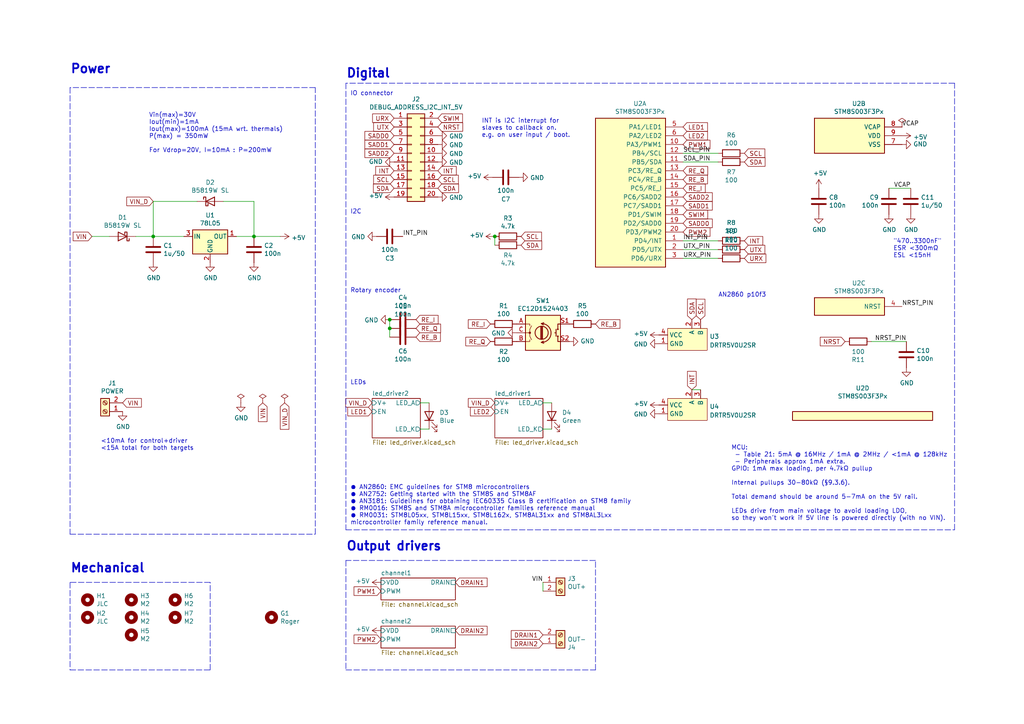
<source format=kicad_sch>
(kicad_sch (version 20211123) (generator eeschema)
  (paper "A4")
  (title_block (title "Dual-channel PWM LED-strip controller"))
  (lib_symbols
    (symbol "Connector:Screw_Terminal_01x02" (pin_names (offset 1.016) hide)
      (property "Reference" "J" (at 0 2.54 0))
      (property "Value" "Screw_Terminal_01x02" (at 0 -5.08 0))
      (symbol "Screw_Terminal_01x02_1_1"
        (rectangle (start -1.27 1.27) (end 1.27 -3.81) (stroke (width 0.254)) (fill (type background)))
        (circle (center 0 -2.54) (radius 0.635) (stroke (width 0.1524)))
        (polyline (pts (xy -0.5334 -2.2098) (xy 0.3302 -3.048)) (stroke (width 0.1524)))
        (polyline (pts (xy -0.5334 0.3302) (xy 0.3302 -0.508)) (stroke (width 0.1524)))
        (polyline (pts (xy -0.3556 -2.032) (xy 0.508 -2.8702)) (stroke (width 0.1524)))
        (polyline (pts (xy -0.3556 0.508) (xy 0.508 -0.3302)) (stroke (width 0.1524)))
        (circle (center 0 0) (radius 0.635) (stroke (width 0.1524)))
        (pin passive line (at -5.08 0 0) (length 3.81) (name "Pin_1") (number "1"))
        (pin passive line (at -5.08 -2.54 0) (length 3.81) (name "Pin_2") (number "2"))
      )
    )
    (symbol "Connector_Generic:Conn_02x10_Odd_Even" (pin_names (offset 1.016) hide)
      (property "Reference" "J" (at 1.27 12.7 0))
      (property "Value" "Conn_02x10_Odd_Even" (at 1.27 -15.24 0))
      (symbol "Conn_02x10_Odd_Even_1_1"
        (rectangle (start -1.27 -12.573) (end 0 -12.827) (stroke (width 0.1524)))
        (rectangle (start -1.27 -10.033) (end 0 -10.287) (stroke (width 0.1524)))
        (rectangle (start -1.27 -7.493) (end 0 -7.747) (stroke (width 0.1524)))
        (rectangle (start -1.27 -4.953) (end 0 -5.207) (stroke (width 0.1524)))
        (rectangle (start -1.27 -2.413) (end 0 -2.667) (stroke (width 0.1524)))
        (rectangle (start -1.27 0.127) (end 0 -0.127) (stroke (width 0.1524)))
        (rectangle (start -1.27 2.667) (end 0 2.413) (stroke (width 0.1524)))
        (rectangle (start -1.27 5.207) (end 0 4.953) (stroke (width 0.1524)))
        (rectangle (start -1.27 7.747) (end 0 7.493) (stroke (width 0.1524)))
        (rectangle (start -1.27 10.287) (end 0 10.033) (stroke (width 0.1524)))
        (rectangle (start -1.27 11.43) (end 3.81 -13.97) (stroke (width 0.254)) (fill (type background)))
        (rectangle (start 3.81 -12.573) (end 2.54 -12.827) (stroke (width 0.1524)))
        (rectangle (start 3.81 -10.033) (end 2.54 -10.287) (stroke (width 0.1524)))
        (rectangle (start 3.81 -7.493) (end 2.54 -7.747) (stroke (width 0.1524)))
        (rectangle (start 3.81 -4.953) (end 2.54 -5.207) (stroke (width 0.1524)))
        (rectangle (start 3.81 -2.413) (end 2.54 -2.667) (stroke (width 0.1524)))
        (rectangle (start 3.81 0.127) (end 2.54 -0.127) (stroke (width 0.1524)))
        (rectangle (start 3.81 2.667) (end 2.54 2.413) (stroke (width 0.1524)))
        (rectangle (start 3.81 5.207) (end 2.54 4.953) (stroke (width 0.1524)))
        (rectangle (start 3.81 7.747) (end 2.54 7.493) (stroke (width 0.1524)))
        (rectangle (start 3.81 10.287) (end 2.54 10.033) (stroke (width 0.1524)))
        (pin passive line (at -5.08 10.16 0) (length 3.81) (name "Pin_1") (number "1"))
        (pin passive line (at 7.62 0 180) (length 3.81) (name "Pin_10") (number "10"))
        (pin passive line (at -5.08 -2.54 0) (length 3.81) (name "Pin_11") (number "11"))
        (pin passive line (at 7.62 -2.54 180) (length 3.81) (name "Pin_12") (number "12"))
        (pin passive line (at -5.08 -5.08 0) (length 3.81) (name "Pin_13") (number "13"))
        (pin passive line (at 7.62 -5.08 180) (length 3.81) (name "Pin_14") (number "14"))
        (pin passive line (at -5.08 -7.62 0) (length 3.81) (name "Pin_15") (number "15"))
        (pin passive line (at 7.62 -7.62 180) (length 3.81) (name "Pin_16") (number "16"))
        (pin passive line (at -5.08 -10.16 0) (length 3.81) (name "Pin_17") (number "17"))
        (pin passive line (at 7.62 -10.16 180) (length 3.81) (name "Pin_18") (number "18"))
        (pin passive line (at -5.08 -12.7 0) (length 3.81) (name "Pin_19") (number "19"))
        (pin passive line (at 7.62 10.16 180) (length 3.81) (name "Pin_2") (number "2"))
        (pin passive line (at 7.62 -12.7 180) (length 3.81) (name "Pin_20") (number "20"))
        (pin passive line (at -5.08 7.62 0) (length 3.81) (name "Pin_3") (number "3"))
        (pin passive line (at 7.62 7.62 180) (length 3.81) (name "Pin_4") (number "4"))
        (pin passive line (at -5.08 5.08 0) (length 3.81) (name "Pin_5") (number "5"))
        (pin passive line (at 7.62 5.08 180) (length 3.81) (name "Pin_6") (number "6"))
        (pin passive line (at -5.08 2.54 0) (length 3.81) (name "Pin_7") (number "7"))
        (pin passive line (at 7.62 2.54 180) (length 3.81) (name "Pin_8") (number "8"))
        (pin passive line (at -5.08 0 0) (length 3.81) (name "Pin_9") (number "9"))
      )
    )
    (symbol "Device:C" (pin_numbers hide) (pin_names (offset 0.254))
      (property "Reference" "C" (at 0.635 2.54 0))
      (property "Value" "C" (at 0.635 -2.54 0))
      (symbol "C_0_1"
        (polyline (pts (xy -2.032 -0.762) (xy 2.032 -0.762)) (stroke (width 0.508)))
        (polyline (pts (xy -2.032 0.762) (xy 2.032 0.762)) (stroke (width 0.508)))
      )
      (symbol "C_1_1"
        (pin passive line (at 0 3.81 270) (length 2.794) (name "~") (number "1"))
        (pin passive line (at 0 -3.81 90) (length 2.794) (name "~") (number "2"))
      )
    )
    (symbol "Device:D_Schottky" (pin_numbers hide) (pin_names (offset 1.016) hide)
      (property "Reference" "D" (at 0 2.54 0))
      (property "Value" "D_Schottky" (at 0 -2.54 0))
      (symbol "D_Schottky_0_1"
        (polyline (pts (xy 1.27 0) (xy -1.27 0)))
        (polyline (pts (xy 1.27 1.27) (xy 1.27 -1.27) (xy -1.27 0) (xy 1.27 1.27)) (stroke (width 0.254)))
        (polyline (pts (xy -1.905 0.635) (xy -1.905 1.27) (xy -1.27 1.27) (xy -1.27 -1.27) (xy -0.635 -1.27) (xy -0.635 -0.635)) (stroke (width 0.254)))
      )
      (symbol "D_Schottky_1_1"
        (pin passive line (at -3.81 0 0) (length 2.54) (name "K") (number "1"))
        (pin passive line (at 3.81 0 180) (length 2.54) (name "A") (number "2"))
      )
    )
    (symbol "Device:LED" (pin_numbers hide) (pin_names (offset 1.016) hide)
      (property "Reference" "D" (at 0 2.54 0))
      (property "Value" "LED" (at 0 -2.54 0))
      (symbol "LED_0_1"
        (polyline (pts (xy -1.27 -1.27) (xy -1.27 1.27)) (stroke (width 0.254)))
        (polyline (pts (xy -1.27 0) (xy 1.27 0)))
        (polyline (pts (xy 1.27 -1.27) (xy 1.27 1.27) (xy -1.27 0) (xy 1.27 -1.27)) (stroke (width 0.254)))
        (polyline (pts (xy -3.048 -0.762) (xy -4.572 -2.286) (xy -3.81 -2.286) (xy -4.572 -2.286) (xy -4.572 -1.524)))
        (polyline (pts (xy -1.778 -0.762) (xy -3.302 -2.286) (xy -2.54 -2.286) (xy -3.302 -2.286) (xy -3.302 -1.524)))
      )
      (symbol "LED_1_1"
        (pin passive line (at -3.81 0 0) (length 2.54) (name "K") (number "1"))
        (pin passive line (at 3.81 0 180) (length 2.54) (name "A") (number "2"))
      )
    )
    (symbol "Device:R" (pin_numbers hide) (pin_names (offset 0))
      (property "Reference" "R" (at 2.032 0 90))
      (property "Value" "R" (at 0 0 90))
      (symbol "R_0_1"
        (rectangle (start -1.016 -2.54) (end 1.016 2.54) (stroke (width 0.254)))
      )
      (symbol "R_1_1"
        (pin passive line (at 0 3.81 270) (length 1.27) (name "~") (number "1"))
        (pin passive line (at 0 -3.81 90) (length 1.27) (name "~") (number "2"))
      )
    )
    (symbol "Device:RotaryEncoder_Switch" (pin_names (offset 0.254) hide)
      (property "Reference" "SW" (at 0 6.604 0))
      (property "Value" "RotaryEncoder_Switch" (at 0 -6.604 0))
      (symbol "RotaryEncoder_Switch_0_1"
        (rectangle (start -5.08 5.08) (end 5.08 -5.08) (stroke (width 0.254)) (fill (type background)))
        (circle (center -3.81 0) (radius 0.254) (fill (type outline)))
        (arc (start -0.381 -2.794) (mid 2.3622 -0.0635) (end -0.381 2.667) (stroke (width 0.254)))
        (circle (center -0.381 0) (radius 1.905) (stroke (width 0.254)))
        (polyline (pts (xy -0.635 -1.778) (xy -0.635 1.778)) (stroke (width 0.254)))
        (polyline (pts (xy -0.381 -1.778) (xy -0.381 1.778)) (stroke (width 0.254)))
        (polyline (pts (xy -0.127 1.778) (xy -0.127 -1.778)) (stroke (width 0.254)))
        (polyline (pts (xy 3.81 0) (xy 3.429 0)) (stroke (width 0.254)))
        (polyline (pts (xy 3.81 1.016) (xy 3.81 -1.016)) (stroke (width 0.254)))
        (polyline (pts (xy -5.08 -2.54) (xy -3.81 -2.54) (xy -3.81 -2.032)))
        (polyline (pts (xy -5.08 2.54) (xy -3.81 2.54) (xy -3.81 2.032)))
        (polyline (pts (xy 0.254 -3.048) (xy -0.508 -2.794) (xy 0.127 -2.413)) (stroke (width 0.254)))
        (polyline (pts (xy 0.254 2.921) (xy -0.508 2.667) (xy 0.127 2.286)) (stroke (width 0.254)))
        (polyline (pts (xy 5.08 -2.54) (xy 4.318 -2.54) (xy 4.318 -1.016)) (stroke (width 0.254)))
        (polyline (pts (xy 5.08 2.54) (xy 4.318 2.54) (xy 4.318 1.016)) (stroke (width 0.254)))
        (polyline (pts (xy -5.08 0) (xy -3.81 0) (xy -3.81 -1.016) (xy -3.302 -2.032)))
        (polyline (pts (xy -4.318 0) (xy -3.81 0) (xy -3.81 1.016) (xy -3.302 2.032)))
        (circle (center 4.318 -1.016) (radius 0.127) (stroke (width 0.254)))
        (circle (center 4.318 1.016) (radius 0.127) (stroke (width 0.254)))
      )
      (symbol "RotaryEncoder_Switch_1_1"
        (pin passive line (at -7.62 2.54 0) (length 2.54) (name "A") (number "A"))
        (pin passive line (at -7.62 -2.54 0) (length 2.54) (name "B") (number "B"))
        (pin passive line (at -7.62 0 0) (length 2.54) (name "C") (number "C"))
        (pin passive line (at 7.62 2.54 180) (length 2.54) (name "S1") (number "S1"))
        (pin passive line (at 7.62 -2.54 180) (length 2.54) (name "S2") (number "S2"))
      )
    )
    (symbol "Mechanical:MountingHole" (pin_names (offset 1.016))
      (property "Reference" "H" (at 0 5.08 0))
      (property "Value" "MountingHole" (at 0 3.175 0))
      (symbol "MountingHole_0_1"
        (circle (center 0 0) (radius 1.27) (stroke (width 1.27)))
      )
    )
    (symbol "Regulator_Linear:L78L05_SOT89" (pin_names (offset 0.254))
      (property "Reference" "U" (at -3.81 3.175 0))
      (property "Value" "L78L05_SOT89" (at -0.635 3.175 0))
      (symbol "L78L05_SOT89_0_1"
        (rectangle (start -5.08 1.905) (end 5.08 -5.08) (stroke (width 0.254)) (fill (type background)))
      )
      (symbol "L78L05_SOT89_1_1"
        (pin power_out line (at 7.62 0 180) (length 2.54) (name "OUT") (number "1"))
        (pin power_in line (at 0 -7.62 90) (length 2.54) (name "GND") (number "2"))
        (pin power_in line (at -7.62 0 0) (length 2.54) (name "IN") (number "3"))
      )
    )
    (symbol "mark:DRTR5V0U2SR"
      (property "Reference" "U" (at 0 -6.985 0))
      (property "Value" "DRTR5V0U2SR" (at 0 -5.08 0))
      (symbol "DRTR5V0U2SR_0_1"
        (rectangle (start -5.715 3.175) (end 5.715 -3.175) (stroke (width 0.1524)) (fill (type background)))
      )
      (symbol "DRTR5V0U2SR_1_1"
        (pin power_in line (at -8.255 -1.27 0) (length 2.54) (name "GND") (number "1"))
        (pin passive line (at 1.27 5.715 270) (length 2.54) (name "A") (number "2"))
        (pin passive line (at 3.81 5.715 270) (length 2.54) (name "B") (number "3"))
        (pin power_in line (at -8.255 1.27 0) (length 2.54) (name "VCC") (number "4"))
      )
    )
    (symbol "mcu:STM8S003F3Px" (pin_names (offset 1.016))
      (property "Reference" "U" (at 0 2.54 0))
      (property "Value" "STM8S003F3Px" (at 0 -2.54 0))
      (symbol "STM8S003F3Px_1_1"
        (rectangle (start -10.16 -21.59) (end 10.16 21.59) (stroke (width 0.254)) (fill (type background)))
        (pin passive line (at 15.24 -13.97 180) (length 5.08) (name "PD4/INT") (number "1"))
        (pin passive line (at 15.24 13.97 180) (length 5.08) (name "PA3/PWM1") (number "10"))
        (pin passive line (at 15.24 8.89 180) (length 5.08) (name "PB5/SDA") (number "11"))
        (pin passive line (at 15.24 11.43 180) (length 5.08) (name "PB4/SCL") (number "12"))
        (pin passive line (at 15.24 6.35 180) (length 5.08) (name "PC3/RE_Q") (number "13"))
        (pin passive line (at 15.24 3.81 180) (length 5.08) (name "PC4/RE_B") (number "14"))
        (pin passive line (at 15.24 1.27 180) (length 5.08) (name "PC5/RE_I") (number "15"))
        (pin passive line (at 15.24 -1.27 180) (length 5.08) (name "PC6/SADD2") (number "16"))
        (pin passive line (at 15.24 -3.81 180) (length 5.08) (name "PC7/SADD1") (number "17"))
        (pin passive line (at 15.24 -6.35 180) (length 5.08) (name "PD1/SWIM") (number "18"))
        (pin passive line (at 15.24 -8.89 180) (length 5.08) (name "PD2/SADD0") (number "19"))
        (pin passive line (at 15.24 -16.51 180) (length 5.08) (name "PD5/UTX") (number "2"))
        (pin passive line (at 15.24 -11.43 180) (length 5.08) (name "PD3/PWM2") (number "20"))
        (pin passive line (at 15.24 -19.05 180) (length 5.08) (name "PD6/URX") (number "3"))
        (pin passive line (at 15.24 19.05 180) (length 5.08) (name "PA1/LED1") (number "5"))
        (pin passive line (at 15.24 16.51 180) (length 5.08) (name "PA2/LED2") (number "6"))
      )
      (symbol "STM8S003F3Px_2_1"
        (rectangle (start -10.16 -5.08) (end 10.16 5.08) (stroke (width 0.254)) (fill (type background)))
        (pin power_in line (at 15.24 -2.54 180) (length 5.08) (name "VSS") (number "7"))
        (pin power_in line (at 15.24 2.54 180) (length 5.08) (name "VCAP") (number "8"))
        (pin power_in line (at 15.24 0 180) (length 5.08) (name "VDD") (number "9"))
      )
      (symbol "STM8S003F3Px_3_1"
        (rectangle (start -10.16 -2.54) (end 10.16 2.54) (stroke (width 0.254)) (fill (type background)))
        (pin bidirectional line (at 15.24 0 180) (length 5.08) (name "NRST") (number "4"))
      )
      (symbol "STM8S003F3Px_4_1"
        (rectangle (start -20.32 -1.27) (end 20.32 1.27) (stroke (width 0.254)) (fill (type background)))
      )
    )
    (symbol "power:+5V" (power) (pin_names (offset 0))
      (property "Value" "+5V" (at 0 3.556 0))
      (symbol "+5V_0_1"
        (polyline (pts (xy -0.762 1.27) (xy 0 2.54)))
        (polyline (pts (xy 0 0) (xy 0 2.54)))
        (polyline (pts (xy 0 2.54) (xy 0.762 1.27)))
      )
      (symbol "+5V_1_1"
        (pin power_in line (at 0 0 90) (length 0) hide (name "+5V") (number "1"))
      )
    )
    (symbol "power:GND" (power) (pin_names (offset 0))
      (property "Value" "GND" (at 0 -3.81 0))
      (symbol "GND_0_1"
        (polyline (pts (xy 0 0) (xy 0 -1.27) (xy 1.27 -1.27) (xy 0 -2.54) (xy -1.27 -1.27) (xy 0 -1.27)))
      )
      (symbol "GND_1_1"
        (pin power_in line (at 0 0 270) (length 0) hide (name "GND") (number "1"))
      )
    )
    (symbol "power:PWR_FLAG" (power) (pin_numbers hide) (pin_names (offset 0) hide)
      (property "Value" "PWR_FLAG" (at 0 3.81 0))
      (symbol "PWR_FLAG_0_0"
        (pin power_out line (at 0 0 90) (length 0) (name "pwr") (number "1"))
      )
      (symbol "PWR_FLAG_0_1"
        (polyline (pts (xy 0 0) (xy 0 1.27) (xy -1.016 1.905) (xy 0 2.54) (xy 1.016 1.905) (xy 0 1.27)))
      )
    )
  )
  (junction (at 113.03 95.25))
  (junction (at 44.45 68.58))
  (junction (at 143.51 68.58))
  (junction (at 113.03 92.71))
  (junction (at 73.66 68.58))
  (wire (pts (xy 157.48 116.84) (xy 160.02 116.84)))
  (polyline (pts (xy 172.72 162.56) (xy 100.33 162.56)))
  (wire (pts (xy 57.15 58.42) (xy 44.45 58.42)))
  (wire (pts (xy 160.02 124.46) (xy 157.48 124.46)))
  (wire (pts (xy 73.66 58.42) (xy 73.66 68.58)))
  (wire (pts (xy 143.51 68.58) (xy 143.51 71.12)))
  (wire (pts (xy 257.81 54.61) (xy 264.16 54.61)))
  (wire (pts (xy 157.48 168.91) (xy 157.48 171.45)))
  (wire (pts (xy 64.77 58.42) (xy 73.66 58.42)))
  (polyline (pts (xy 276.86 153.67) (xy 276.86 24.13)))
  (polyline (pts (xy 20.32 25.4) (xy 20.32 154.94)))
  (polyline (pts (xy 91.44 154.94) (xy 91.44 25.4)))
  (wire (pts (xy 39.37 68.58) (xy 44.45 68.58)))
  (polyline (pts (xy 100.33 153.67) (xy 276.86 153.67)))
  (polyline (pts (xy 60.96 168.91) (xy 20.32 168.91)))
  (wire (pts (xy 208.28 44.45) (xy 198.12 44.45)))
  (wire (pts (xy 124.46 124.46) (xy 121.92 124.46)))
  (polyline (pts (xy 100.33 194.31) (xy 172.72 194.31)))
  (polyline (pts (xy 172.72 194.31) (xy 172.72 162.56)))
  (wire (pts (xy 44.45 58.42) (xy 44.45 68.58)))
  (wire (pts (xy 31.75 68.58) (xy 26.67 68.58)))
  (wire (pts (xy 121.92 116.84) (xy 124.46 116.84)))
  (wire (pts (xy 44.45 68.58) (xy 53.34 68.58)))
  (wire (pts (xy 252.73 99.06) (xy 262.89 99.06)))
  (polyline (pts (xy 276.86 24.13) (xy 100.33 24.13)))
  (polyline (pts (xy 60.96 194.31) (xy 60.96 168.91)))
  (wire (pts (xy 200.66 113.03) (xy 203.2 113.03)))
  (polyline (pts (xy 20.32 194.31) (xy 60.96 194.31)))
  (polyline (pts (xy 20.32 154.94) (xy 91.44 154.94)))
  (polyline (pts (xy 100.33 24.13) (xy 100.33 153.67)))
  (wire (pts (xy 113.03 95.25) (xy 113.03 97.79)))
  (wire (pts (xy 198.12 46.99) (xy 208.28 46.99)))
  (wire (pts (xy 113.03 92.71) (xy 113.03 95.25)))
  (polyline (pts (xy 91.44 25.4) (xy 20.32 25.4)))
  (wire (pts (xy 73.66 68.58) (xy 81.28 68.58)))
  (wire (pts (xy 208.28 74.93) (xy 198.12 74.93)))
  (wire (pts (xy 208.28 69.85) (xy 198.12 69.85)))
  (polyline (pts (xy 100.33 162.56) (xy 100.33 194.31)))
  (wire (pts (xy 198.12 72.39) (xy 208.28 72.39)))
  (wire (pts (xy 68.58 68.58) (xy 73.66 68.58)))
  (polyline (pts (xy 20.32 168.91) (xy 20.32 194.31)))
  (text "MCU:\n - Table 21: 5mA @ 16MHz / 1mA @ 2MHz / <1mA @ 128kHz\n - Peripherals approx 1mA extra.\nGPIO: 1mA max loading, per 4.7kΩ pullup\n\nInternal pullups 30-80kΩ (§9.3.6).\n\nTotal demand should be around 5-7mA on the 5V rail.\n\nLEDs drive from main voltage to avoid loading LDO,\nso they won't work if 5V line is powered directly (with no VIN)." (at 212.09 151.13 0) (effects (font (size 1.27 1.27)) (justify left bottom)))
  (text "\"470..3300nF\"\nESR <300mΩ\nESL <15nH" (at 259.08 74.93 0) (effects (font (size 1.27 1.27)) (justify left bottom)))
  (text "Mechanical" (at 20.32 166.37 0) (effects (font (size 2.54 2.54) (thickness 0.508) bold) (justify left bottom)))
  (text "INT is I2C interrupt for\nslaves to callback on.\ne.g. on user input / boot." (at 139.7 40.005 0) (effects (font (size 1.27 1.27)) (justify left bottom)))
  (text "Vin(max)=30V\nIout(min)=1mA\nIout(max)=100mA (15mA wrt. thermals)\nP(max) = 350mW\n\nFor Vdrop=20V, I=10mA : P=200mW" (at 43.18 44.45 0) (effects (font (size 1.27 1.27)) (justify left bottom)))
  (text "I2C" (at 101.6 62.23 0) (effects (font (size 1.27 1.27)) (justify left bottom)))
  (text "Rotary encoder" (at 101.6 85.09 0) (effects (font (size 1.27 1.27)) (justify left bottom)))
  (text "LEDs" (at 101.6 111.76 0) (effects (font (size 1.27 1.27)) (justify left bottom)))
  (text "Power" (at 20.32 21.59 0) (effects (font (size 2.54 2.54) (thickness 0.508) bold) (justify left bottom)))
  (text "● AN2860: EMC guidelines for STM8 microcontrollers\n● AN2752: Getting started with the STM8S and STM8AF\n● AN3181: Guidelines for obtaining IEC60335 Class B certification on STM8 family\n● RM0016: STM8S and STM8A microcontroller families reference manual\n● RM0031: STM8L05xx, STM8L15xx, STM8L162x, STM8AL31xx and STM8AL3Lxx\nmicrocontroller family reference manual." (at 101.6 152.4 0) (effects (font (size 1.27 1.27)) (justify left bottom)))
  (text "AN2860 p10f3" (at 222.25 86.36 180) (effects (font (size 1.27 1.27)) (justify right bottom)))
  (text "<10mA for control+driver\n<15A total for both targets" (at 29.21 130.81 0) (effects (font (size 1.27 1.27)) (justify left bottom)))
  (text "IO connector" (at 101.6 27.94 0) (effects (font (size 1.27 1.27)) (justify left bottom)))
  (text "Output drivers" (at 100.33 160.02 0) (effects (font (size 2.54 2.54) (thickness 0.508) bold) (justify left bottom)))
  (text "Digital" (at 100.33 22.86 0) (effects (font (size 2.54 2.54) (thickness 0.508) bold) (justify left bottom)))
  (label "VCAP" (at 261.62 36.83 0))
  (label "SCL_PIN" (at 198.12 44.45 0))
  (label "VCAP" (at 264.16 54.61 180))
  (label "NRST_PIN" (at 262.89 99.06 180))
  (label "SDA_PIN" (at 198.12 46.99 0))
  (label "UTX_PIN" (at 198.12 72.39 0))
  (label "INT_PIN" (at 116.84 68.58 0))
  (label "INT_PIN" (at 198.12 69.85 0))
  (label "NRST_PIN" (at 261.62 88.9 0))
  (label "VIN" (at 157.48 168.91 180))
  (label "URX_PIN" (at 198.12 74.93 0))
  (global_label "PWM2" (shape input) (at 110.49 185.42 180) (property "Intersheet References" "${INTERSHEET_REFS}" (effects hide)))
  (global_label "SWIM" (shape input) (at 198.12 62.23 0) (property "Intersheet References" "${INTERSHEET_REFS}" (effects hide)))
  (global_label "RE_B" (shape input) (at 198.12 52.07 0) (property "Intersheet References" "${INTERSHEET_REFS}" (effects hide)))
  (global_label "SADD2" (shape input) (at 198.12 57.15 0) (property "Intersheet References" "${INTERSHEET_REFS}" (effects hide)))
  (global_label "SCL" (shape input) (at 127 52.07 0) (property "Intersheet References" "${INTERSHEET_REFS}" (effects hide)))
  (global_label "SDA" (shape input) (at 151.13 71.12 0) (property "Intersheet References" "${INTERSHEET_REFS}" (effects hide)))
  (global_label "NRST" (shape input) (at 245.11 99.06 180) (property "Intersheet References" "${INTERSHEET_REFS}" (effects hide)))
  (global_label "RE_Q" (shape input) (at 120.65 95.25 0) (property "Intersheet References" "${INTERSHEET_REFS}" (effects hide)))
  (global_label "RE_I" (shape input) (at 142.24 93.98 180) (property "Intersheet References" "${INTERSHEET_REFS}" (effects hide)))
  (global_label "SADD0" (shape input) (at 114.3 39.37 180) (property "Intersheet References" "${INTERSHEET_REFS}" (effects hide)))
  (global_label "VIN_D" (shape input) (at 82.55 116.84 270) (property "Intersheet References" "${INTERSHEET_REFS}" (effects hide)))
  (global_label "RE_B" (shape input) (at 120.65 97.79 0) (property "Intersheet References" "${INTERSHEET_REFS}" (effects hide)))
  (global_label "PWM1" (shape input) (at 198.12 41.91 0) (property "Intersheet References" "${INTERSHEET_REFS}" (effects hide)))
  (global_label "RE_B" (shape input) (at 172.72 93.98 0) (property "Intersheet References" "${INTERSHEET_REFS}" (effects hide)))
  (global_label "RE_Q" (shape input) (at 198.12 49.53 0) (property "Intersheet References" "${INTERSHEET_REFS}" (effects hide)))
  (global_label "LED2" (shape input) (at 198.12 39.37 0) (property "Intersheet References" "${INTERSHEET_REFS}" (effects hide)))
  (global_label "URX" (shape input) (at 114.3 34.29 180) (property "Intersheet References" "${INTERSHEET_REFS}" (effects hide)))
  (global_label "VIN" (shape input) (at 76.2 116.84 270) (property "Intersheet References" "${INTERSHEET_REFS}" (effects hide)))
  (global_label "SADD1" (shape input) (at 198.12 59.69 0) (property "Intersheet References" "${INTERSHEET_REFS}" (effects hide)))
  (global_label "SDA" (shape input) (at 114.3 54.61 180) (property "Intersheet References" "${INTERSHEET_REFS}" (effects hide)))
  (global_label "SCL" (shape input) (at 215.9 44.45 0) (property "Intersheet References" "${INTERSHEET_REFS}" (effects hide)))
  (global_label "URX" (shape input) (at 215.9 74.93 0) (property "Intersheet References" "${INTERSHEET_REFS}" (effects hide)))
  (global_label "SDA" (shape input) (at 215.9 46.99 0) (property "Intersheet References" "${INTERSHEET_REFS}" (effects hide)))
  (global_label "LED1" (shape input) (at 198.12 36.83 0) (property "Intersheet References" "${INTERSHEET_REFS}" (effects hide)))
  (global_label "UTX" (shape input) (at 215.9 72.39 0) (property "Intersheet References" "${INTERSHEET_REFS}" (effects hide)))
  (global_label "PWM1" (shape input) (at 110.49 171.45 180) (property "Intersheet References" "${INTERSHEET_REFS}" (effects hide)))
  (global_label "SADD1" (shape input) (at 114.3 41.91 180) (property "Intersheet References" "${INTERSHEET_REFS}" (effects hide)))
  (global_label "SCL" (shape input) (at 203.2 92.71 90) (property "Intersheet References" "${INTERSHEET_REFS}" (effects hide)))
  (global_label "VIN_D" (shape input) (at 107.95 116.84 180) (property "Intersheet References" "${INTERSHEET_REFS}" (effects hide)))
  (global_label "VIN_D" (shape input) (at 143.51 116.84 180) (property "Intersheet References" "${INTERSHEET_REFS}" (effects hide)))
  (global_label "SADD0" (shape input) (at 198.12 64.77 0) (property "Intersheet References" "${INTERSHEET_REFS}" (effects hide)))
  (global_label "DRAIN2" (shape input) (at 132.08 182.88 0) (property "Intersheet References" "${INTERSHEET_REFS}" (effects hide)))
  (global_label "RE_I" (shape input) (at 120.65 92.71 0) (property "Intersheet References" "${INTERSHEET_REFS}" (effects hide)))
  (global_label "SCL" (shape input) (at 114.3 52.07 180) (property "Intersheet References" "${INTERSHEET_REFS}" (effects hide)))
  (global_label "INT" (shape input) (at 127 49.53 0) (property "Intersheet References" "${INTERSHEET_REFS}" (effects hide)))
  (global_label "DRAIN2" (shape input) (at 157.48 186.69 180) (property "Intersheet References" "${INTERSHEET_REFS}" (effects hide)))
  (global_label "RE_Q" (shape input) (at 142.24 99.06 180) (property "Intersheet References" "${INTERSHEET_REFS}" (effects hide)))
  (global_label "SCL" (shape input) (at 151.13 68.58 0) (property "Intersheet References" "${INTERSHEET_REFS}" (effects hide)))
  (global_label "SWIM" (shape input) (at 127 34.29 0) (property "Intersheet References" "${INTERSHEET_REFS}" (effects hide)))
  (global_label "SDA" (shape input) (at 200.66 92.71 90) (property "Intersheet References" "${INTERSHEET_REFS}" (effects hide)))
  (global_label "UTX" (shape input) (at 114.3 36.83 180) (property "Intersheet References" "${INTERSHEET_REFS}" (effects hide)))
  (global_label "VIN_D" (shape input) (at 44.45 58.42 180) (property "Intersheet References" "${INTERSHEET_REFS}" (effects hide)))
  (global_label "RE_I" (shape input) (at 198.12 54.61 0) (property "Intersheet References" "${INTERSHEET_REFS}" (effects hide)))
  (global_label "INT" (shape input) (at 215.9 69.85 0) (property "Intersheet References" "${INTERSHEET_REFS}" (effects hide)))
  (global_label "VIN" (shape input) (at 35.56 116.84 0) (property "Intersheet References" "${INTERSHEET_REFS}" (effects hide)))
  (global_label "LED1" (shape input) (at 107.95 119.38 180) (property "Intersheet References" "${INTERSHEET_REFS}" (effects hide)))
  (global_label "SDA" (shape input) (at 127 54.61 0) (property "Intersheet References" "${INTERSHEET_REFS}" (effects hide)))
  (global_label "LED2" (shape input) (at 143.51 119.38 180) (property "Intersheet References" "${INTERSHEET_REFS}" (effects hide)))
  (global_label "DRAIN1" (shape input) (at 157.48 184.15 180) (property "Intersheet References" "${INTERSHEET_REFS}" (effects hide)))
  (global_label "SADD2" (shape input) (at 114.3 44.45 180) (property "Intersheet References" "${INTERSHEET_REFS}" (effects hide)))
  (global_label "DRAIN1" (shape input) (at 132.08 168.91 0) (property "Intersheet References" "${INTERSHEET_REFS}" (effects hide)))
  (global_label "NRST" (shape input) (at 127 36.83 0) (property "Intersheet References" "${INTERSHEET_REFS}" (effects hide)))
  (global_label "VIN" (shape input) (at 26.67 68.58 180) (property "Intersheet References" "${INTERSHEET_REFS}" (effects hide)))
  (global_label "INT" (shape input) (at 114.3 49.53 180) (property "Intersheet References" "${INTERSHEET_REFS}" (effects hide)))
  (global_label "PWM2" (shape input) (at 198.12 67.31 0) (property "Intersheet References" "${INTERSHEET_REFS}" (effects hide)))
  (global_label "INT" (shape input) (at 200.66 113.03 90) (property "Intersheet References" "${INTERSHEET_REFS}" (effects hide)))
  (symbol (lib_id "mcu:STM8S003F3Px") (at 246.38 88.9 0) (unit 3)
    (property "Reference" "U2" (at 249.0978 82.1182 0))
    (property "Value" "STM8S003F3Px" (at 249.0978 84.4296 0))
    (property "Footprint" "Package_SO:TSSOP-20_4.4x6.5mm_P0.65mm" (effects hide))
    (property "Datasheet" "https://datasheet.lcsc.com/lcsc/1811121205_STMicroelectronics-STM8S003F3P6TR_C52717.pdf" (effects hide))
    (property "JLC" "C52717" (effects hide))
  )
  (symbol (lib_id "mcu:STM8S003F3Px") (at 246.38 39.37 0) (unit 2)
    (property "Reference" "U2" (at 249.0978 30.0482 0))
    (property "Value" "STM8S003F3Px" (at 249.0978 32.3596 0))
    (property "Footprint" "Package_SO:TSSOP-20_4.4x6.5mm_P0.65mm" (effects hide))
    (property "Datasheet" "https://datasheet.lcsc.com/lcsc/1811121205_STMicroelectronics-STM8S003F3P6TR_C52717.pdf" (effects hide))
    (property "JLC" "C52717" (effects hide))
  )
  (symbol (lib_id "mcu:STM8S003F3Px") (at 182.88 55.88 0) (unit 1)
    (property "Reference" "U2" (at 185.5978 30.0482 0))
    (property "Value" "STM8S003F3Px" (at 185.5978 32.3596 0))
    (property "Footprint" "Package_SO:TSSOP-20_4.4x6.5mm_P0.65mm" (effects hide))
    (property "Datasheet" "https://datasheet.lcsc.com/lcsc/1811121205_STMicroelectronics-STM8S003F3P6TR_C52717.pdf" (effects hide))
    (property "JLC" "C52717" (effects hide))
  )
  (symbol (lib_id "mcu:STM8S003F3Px") (at 250.19 120.65 0) (unit 4)
    (property "Reference" "U2" (at 250.19 112.5982 0))
    (property "Value" "STM8S003F3Px" (at 250.19 114.9096 0))
    (property "Footprint" "Package_SO:TSSOP-20_4.4x6.5mm_P0.65mm" (effects hide))
    (property "Datasheet" "https://datasheet.lcsc.com/lcsc/1811121205_STMicroelectronics-STM8S003F3P6TR_C52717.pdf" (effects hide))
    (property "JLC" "C52717" (effects hide))
  )
  (symbol (lib_id "power:GND") (at 262.89 106.68 0) (unit 1)
    (property "Reference" "#PWR032" (effects hide))
    (property "Value" "GND" (at 263.017 111.0742 0))
  )
  (symbol (lib_id "power:GND") (at 60.96 76.2 0) (unit 1)
    (property "Reference" "#PWR03" (effects hide))
    (property "Value" "GND" (at 61.087 80.5942 0))
  )
  (symbol (lib_id "Device:R") (at 147.32 68.58 270) (unit 1)
    (property "Reference" "R3" (at 147.32 63.3222 90))
    (property "Value" "4.7k" (at 147.32 65.6336 90))
    (property "Footprint" "Resistor_SMD:R_0402_1005Metric" (effects hide))
    (property "JLC" "C25900" (effects hide))
  )
  (symbol (lib_id "Device:R") (at 147.32 71.12 270) (unit 1)
    (property "Reference" "R4" (at 147.32 74.041 90))
    (property "Value" "4.7k" (at 147.32 76.3524 90))
    (property "Footprint" "Resistor_SMD:R_0402_1005Metric" (effects hide))
    (property "JLC" "C25900" (effects hide))
  )
  (symbol (lib_id "power:PWR_FLAG") (at 76.2 116.84 0) (unit 1)
    (property "Reference" "#FLG02" (effects hide))
    (property "Value" "PWR_FLAG" (effects hide))
  )
  (symbol (lib_id "Device:C") (at 262.89 102.87 0) (unit 1)
    (property "Reference" "C10" (at 265.811 101.7016 0) (effects (justify left)))
    (property "Value" "100n" (at 265.811 104.013 0) (effects (justify left)))
    (property "Footprint" "Capacitor_SMD:C_0402_1005Metric" (effects hide))
    (property "JLC" "C1525" (effects hide))
  )
  (symbol (lib_id "power:GND") (at 264.16 62.23 0) (unit 1)
    (property "Reference" "#PWR033" (effects hide))
    (property "Value" "GND" (at 264.287 66.6242 0))
  )
  (symbol (lib_id "power:PWR_FLAG") (at 69.85 116.84 0) (unit 1)
    (property "Reference" "#FLG01" (effects hide))
    (property "Value" "PWR_FLAG" (effects hide))
  )
  (symbol (lib_id "power:GND") (at 261.62 41.91 90) (unit 1)
    (property "Reference" "#PWR031" (effects hide))
    (property "Value" "GND" (at 264.8712 41.783 90) (effects (justify right)))
  )
  (symbol (lib_id "power:GND") (at 69.85 116.84 0) (unit 1)
    (property "Reference" "#PWR04" (effects hide))
    (property "Value" "GND" (at 69.977 121.2342 0))
  )
  (symbol (lib_id "power:GND") (at 237.49 62.23 0) (unit 1)
    (property "Reference" "#PWR028" (effects hide))
    (property "Value" "GND" (at 237.617 66.6242 0))
  )
  (symbol (lib_id "Device:C") (at 237.49 58.42 180) (unit 1)
    (property "Reference" "C8" (at 240.411 57.2516 0) (effects (justify right)))
    (property "Value" "100n" (at 240.411 59.563 0) (effects (justify right)))
    (property "Footprint" "Capacitor_SMD:C_0402_1005Metric" (effects hide))
    (property "JLC" "C1525" (effects hide))
  )
  (symbol (lib_id "power:GND") (at 73.66 76.2 0) (unit 1)
    (property "Reference" "#PWR05" (effects hide))
    (property "Value" "GND" (at 73.787 80.5942 0))
  )
  (symbol (lib_id "Device:C") (at 44.45 72.39 0) (unit 1)
    (property "Reference" "C1" (at 47.371 71.2216 0) (effects (justify left)))
    (property "Value" "1u/50" (at 47.371 73.533 0) (effects (justify left)))
    (property "Footprint" "Capacitor_SMD:C_0603_1608Metric" (effects hide))
    (property "JLC" "C15849" (effects hide))
  )
  (symbol (lib_id "power:GND") (at 44.45 76.2 0) (unit 1)
    (property "Reference" "#PWR02" (effects hide))
    (property "Value" "GND" (at 44.577 80.5942 0))
  )
  (symbol (lib_id "Device:C") (at 73.66 72.39 0) (unit 1)
    (property "Reference" "C2" (at 76.581 71.2216 0) (effects (justify left)))
    (property "Value" "100n" (at 76.581 73.533 0) (effects (justify left)))
    (property "Footprint" "Capacitor_SMD:C_0402_1005Metric" (effects hide))
    (property "JLC" "C1525" (effects hide))
  )
  (symbol (lib_id "power:PWR_FLAG") (at 261.62 36.83 0) (unit 1)
    (property "Reference" "#FLG04" (effects hide))
    (property "Value" "PWR_FLAG" (effects hide))
  )
  (symbol (lib_id "Device:RotaryEncoder_Switch") (at 157.48 96.52 0) (unit 1)
    (property "Reference" "SW1" (at 157.48 87.1982 0))
    (property "Value" "EC12D1524403" (at 157.48 89.5096 0))
    (property "Footprint" "mark:RotaryEncoder_Alps_EC12D_Vertical_H20mm_easy" (effects hide))
    (property "Datasheet" "https://datasheet.lcsc.com/lcsc/1809291528_ALPSALPINE-EC12D1524403_C112349.pdf" (effects hide))
    (property "JLC" "C112349" (effects hide))
  )
  (symbol (lib_id "power:GND") (at 149.86 96.52 270) (unit 1)
    (property "Reference" "#PWR020" (effects hide))
    (property "Value" "GND" (at 146.6088 96.647 90) (effects (justify right)))
  )
  (symbol (lib_id "power:GND") (at 165.1 99.06 90) (unit 1)
    (property "Reference" "#PWR022" (effects hide))
    (property "Value" "GND" (at 168.3512 98.933 90) (effects (justify right)))
  )
  (symbol (lib_id "power:GND") (at 127 44.45 90) (mirror x) (unit 1)
    (property "Reference" "#PWR015" (effects hide))
    (property "Value" "GND" (at 130.2512 44.577 90) (effects (justify right)))
  )
  (symbol (lib_id "power:GND") (at 127 41.91 90) (mirror x) (unit 1)
    (property "Reference" "#PWR014" (effects hide))
    (property "Value" "GND" (at 130.2512 42.037 90) (effects (justify right)))
  )
  (symbol (lib_id "power:GND") (at 127 39.37 90) (mirror x) (unit 1)
    (property "Reference" "#PWR013" (effects hide))
    (property "Value" "GND" (at 130.2512 39.497 90) (effects (justify right)))
  )
  (symbol (lib_id "Connector:Screw_Terminal_01x02") (at 162.56 186.69 0) (mirror x) (unit 1)
    (property "Reference" "J4" (at 164.592 187.7568 0) (effects (justify left)))
    (property "Value" "OUT-" (at 164.592 185.4454 0) (effects (justify left)))
    (property "Footprint" "mark:ScrewTerminal_5.08P_1x02_10.16x10.16mm" (effects hide))
    (property "Datasheet" "https://datasheet.lcsc.com/lcsc/1912251636_Ningbo-Kangnex-Elec-WJ500V-5.08-2P_C8465.pdf" (effects hide))
    (property "JLC" "C8465" (effects hide))
  )
  (symbol (lib_id "Regulator_Linear:L78L05_SOT89") (at 60.96 68.58 0) (unit 1)
    (property "Reference" "U1" (at 60.96 62.4332 0))
    (property "Value" "78L05" (at 60.96 64.7446 0))
    (property "Footprint" "Package_TO_SOT_SMD:SOT-89-3" (effects hide))
    (property "Datasheet" "https://datasheet.lcsc.com/lcsc/1809200029_UTC-Unisonic-Tech-78L05G-AB3-R_C71136.pdf" (effects hide))
    (property "JLC" "C71136" (effects hide))
  )
  (symbol (lib_id "power:+5V") (at 81.28 68.58 270) (unit 1)
    (property "Reference" "#PWR06" (effects hide))
    (property "Value" "+5V" (at 84.5312 68.961 90) (effects (justify left)))
  )
  (symbol (lib_id "power:+5V") (at 143.51 68.58 90) (unit 1)
    (property "Reference" "#PWR019" (effects hide))
    (property "Value" "+5V" (at 140.2588 68.199 90) (effects (justify left)))
  )
  (symbol (lib_id "power:+5V") (at 261.62 39.37 270) (unit 1)
    (property "Reference" "#PWR030" (effects hide))
    (property "Value" "+5V" (at 264.8712 39.751 90) (effects (justify left)))
  )
  (symbol (lib_id "power:+5V") (at 110.49 168.91 90) (unit 1)
    (property "Reference" "#PWR08" (effects hide))
    (property "Value" "+5V" (at 107.2388 168.529 90) (effects (justify left)))
  )
  (symbol (lib_id "power:+5V") (at 110.49 182.88 90) (unit 1)
    (property "Reference" "#PWR09" (effects hide))
    (property "Value" "+5V" (at 107.2388 182.499 90) (effects (justify left)))
  )
  (symbol (lib_id "power:+5V") (at 237.49 54.61 0) (unit 1)
    (property "Reference" "#PWR027" (effects hide))
    (property "Value" "+5V" (at 237.871 50.2158 0))
  )
  (symbol (lib_id "Device:R") (at 146.05 93.98 270) (unit 1)
    (property "Reference" "R1" (at 146.05 88.7222 90))
    (property "Value" "100" (at 146.05 91.0336 90))
    (property "Footprint" "Resistor_SMD:R_0402_1005Metric" (effects hide))
    (property "JLC" "C25076" (effects hide))
  )
  (symbol (lib_id "Device:R") (at 146.05 99.06 270) (unit 1)
    (property "Reference" "R2" (at 146.05 101.981 90))
    (property "Value" "100" (at 146.05 104.2924 90))
    (property "Footprint" "Resistor_SMD:R_0402_1005Metric" (effects hide))
    (property "JLC" "C25076" (effects hide))
  )
  (symbol (lib_id "Device:R") (at 168.91 93.98 270) (unit 1)
    (property "Reference" "R5" (at 168.91 88.7222 90))
    (property "Value" "100" (at 168.91 91.0336 90))
    (property "Footprint" "Resistor_SMD:R_0402_1005Metric" (effects hide))
    (property "JLC" "C25076" (effects hide))
  )
  (symbol (lib_id "Device:C") (at 264.16 58.42 0) (unit 1)
    (property "Reference" "C11" (at 267.081 57.2516 0) (effects (justify left)))
    (property "Value" "1u/50" (at 267.081 59.563 0) (effects (justify left)))
    (property "Footprint" "Capacitor_SMD:C_0603_1608Metric" (effects hide))
    (property "JLC" "C15849" (effects hide))
  )
  (symbol (lib_id "Device:C") (at 257.81 58.42 180) (unit 1)
    (property "Reference" "C9" (at 254.889 57.2516 0) (effects (justify left)))
    (property "Value" "100n" (at 254.889 59.563 0) (effects (justify left)))
    (property "Footprint" "Capacitor_SMD:C_0402_1005Metric" (effects hide))
    (property "JLC" "C1525" (effects hide))
  )
  (symbol (lib_id "power:GND") (at 257.81 62.23 0) (unit 1)
    (property "Reference" "#PWR029" (effects hide))
    (property "Value" "GND" (at 257.937 66.6242 0))
  )
  (symbol (lib_id "Connector:Screw_Terminal_01x02") (at 30.48 119.38 180) (unit 1)
    (property "Reference" "J1" (at 32.5628 111.125 0))
    (property "Value" "POWER" (at 32.5628 113.4364 0))
    (property "Footprint" "mark:ScrewTerminal_5.08P_1x02_10.16x10.16mm" (effects hide))
    (property "Datasheet" "https://datasheet.lcsc.com/lcsc/1912251636_Ningbo-Kangnex-Elec-WJ500V-5.08-2P_C8465.pdf" (effects hide))
    (property "JLC" "C8465" (effects hide))
  )
  (symbol (lib_id "power:GND") (at 35.56 119.38 0) (unit 1)
    (property "Reference" "#PWR01" (effects hide))
    (property "Value" "GND" (at 35.687 123.7742 0))
  )
  (symbol (lib_id "Connector:Screw_Terminal_01x02") (at 162.56 168.91 0) (unit 1)
    (property "Reference" "J3" (at 164.592 167.8432 0) (effects (justify left)))
    (property "Value" "OUT+" (at 164.592 170.1546 0) (effects (justify left)))
    (property "Footprint" "mark:ScrewTerminal_5.08P_1x02_10.16x10.16mm" (effects hide))
    (property "Datasheet" "https://datasheet.lcsc.com/lcsc/1912251636_Ningbo-Kangnex-Elec-WJ500V-5.08-2P_C8465.pdf" (effects hide))
    (property "JLC" "C8465" (effects hide))
  )
  (symbol (lib_id "Device:R") (at 212.09 44.45 270) (unit 1)
    (property "Reference" "R6" (at 212.09 39.1922 90))
    (property "Value" "100" (at 212.09 41.5036 90))
    (property "Footprint" "Resistor_SMD:R_0402_1005Metric" (effects hide))
    (property "JLC" "C25076" (effects hide))
  )
  (symbol (lib_id "Device:R") (at 212.09 46.99 270) (unit 1)
    (property "Reference" "R7" (at 212.09 49.911 90))
    (property "Value" "100" (at 212.09 52.2224 90))
    (property "Footprint" "Resistor_SMD:R_0402_1005Metric" (effects hide))
    (property "JLC" "C25076" (effects hide))
  )
  (symbol (lib_id "Mechanical:MountingHole") (at 25.4 173.99 0) (unit 1)
    (property "Reference" "H1" (at 27.94 172.8216 0) (effects (justify left)))
    (property "Value" "JLC" (at 27.94 175.133 0) (effects (justify left)))
    (property "Footprint" "mark:JLCPCB_ToolingHole_1152_1300_1400_1650" (effects hide))
    (property "JLC" "-" (effects hide))
  )
  (symbol (lib_id "Mechanical:MountingHole") (at 25.4 179.07 0) (unit 1)
    (property "Reference" "H2" (at 27.94 177.9016 0) (effects (justify left)))
    (property "Value" "JLC" (at 27.94 180.213 0) (effects (justify left)))
    (property "Footprint" "mark:JLCPCB_ToolingHole_1152_1300_1400_1650" (effects hide))
    (property "JLC" "-" (effects hide))
  )
  (symbol (lib_id "Mechanical:MountingHole") (at 38.1 173.99 0) (unit 1)
    (property "Reference" "H3" (at 40.64 172.8216 0) (effects (justify left)))
    (property "Value" "M2" (at 40.64 175.133 0) (effects (justify left)))
    (property "Footprint" "MountingHole:MountingHole_2.2mm_M2" (effects hide))
    (property "JLC" "-" (effects hide))
  )
  (symbol (lib_id "Mechanical:MountingHole") (at 38.1 179.07 0) (unit 1)
    (property "Reference" "H4" (at 40.64 177.9016 0) (effects (justify left)))
    (property "Value" "M2" (at 40.64 180.213 0) (effects (justify left)))
    (property "Footprint" "MountingHole:MountingHole_2.2mm_M2" (effects hide))
    (property "JLC" "-" (effects hide))
  )
  (symbol (lib_id "Mechanical:MountingHole") (at 38.1 184.15 0) (unit 1)
    (property "Reference" "H5" (at 40.64 182.9816 0) (effects (justify left)))
    (property "Value" "M2" (at 40.64 185.293 0) (effects (justify left)))
    (property "Footprint" "MountingHole:MountingHole_2.2mm_M2" (effects hide))
    (property "JLC" "-" (effects hide))
  )
  (symbol (lib_id "Device:LED") (at 160.02 120.65 90) (unit 1)
    (property "Reference" "D4" (at 163.0172 119.6594 90) (effects (justify right)))
    (property "Value" "Green" (at 163.0172 121.9708 90) (effects (justify right)))
    (property "Footprint" "LED_SMD:LED_0603_1608Metric" (effects hide))
    (property "Datasheet" "https://datasheet.lcsc.com/lcsc/1811101510_Everlight-Elec-19-217-GHC-YR1S2-3T_C72043.pdf" (effects hide))
    (property "JLC" "C72043" (effects hide))
  )
  (symbol (lib_id "Device:LED") (at 124.46 120.65 90) (unit 1)
    (property "Reference" "D3" (at 127.4572 119.6594 90) (effects (justify right)))
    (property "Value" "Blue" (at 127.4572 121.9708 90) (effects (justify right)))
    (property "Footprint" "LED_SMD:LED_0603_1608Metric" (effects hide))
    (property "Datasheet" "https://datasheet.lcsc.com/lcsc/1811101510_Everlight-Elec-19-217-BHC-ZL1M2RY-3T_C72041.pdf" (effects hide))
    (property "JLC" "C72041" (effects hide))
  )
  (symbol (lib_id "Device:C") (at 113.03 68.58 90) (unit 1)
    (property "Reference" "C3" (at 113.03 74.93 90))
    (property "Value" "100n" (at 113.03 72.39 90))
    (property "Footprint" "Capacitor_SMD:C_0402_1005Metric" (effects hide))
    (property "JLC" "C1525" (effects hide))
  )
  (symbol (lib_id "power:GND") (at 109.22 68.58 270) (unit 1)
    (property "Reference" "#PWR07" (effects hide))
    (property "Value" "GND" (at 105.9688 68.707 90) (effects (justify right)))
  )
  (symbol (lib_id "Mechanical:MountingHole") (at 50.8 173.99 0) (unit 1)
    (property "Reference" "H6" (at 53.34 172.8216 0) (effects (justify left)))
    (property "Value" "M2" (at 53.34 175.133 0) (effects (justify left)))
    (property "Footprint" "MountingHole:MountingHole_2mm" (effects hide))
    (property "JLC" "-" (effects hide))
  )
  (symbol (lib_id "Mechanical:MountingHole") (at 50.8 179.07 0) (unit 1)
    (property "Reference" "H7" (at 53.34 177.9016 0) (effects (justify left)))
    (property "Value" "M2" (at 53.34 180.213 0) (effects (justify left)))
    (property "Footprint" "MountingHole:MountingHole_2mm" (effects hide))
    (property "JLC" "-" (effects hide))
  )
  (symbol (lib_id "Device:D_Schottky") (at 35.56 68.58 180) (unit 1)
    (property "Reference" "D1" (at 35.56 63.0682 0))
    (property "Value" "B5819W SL" (at 35.56 65.3796 0))
    (property "Footprint" "Diode_SMD:D_SOD-123" (effects hide))
    (property "Datasheet" "https://datasheet.lcsc.com/lcsc/1809140216_Changjiang-Electronics-Tech--CJ-B5819W-SL_C8598.pdf" (effects hide))
    (property "JLC" "C8598" (effects hide))
  )
  (symbol (lib_id "power:PWR_FLAG") (at 82.55 116.84 0) (unit 1)
    (property "Reference" "#FLG03" (effects hide))
    (property "Value" "PWR_FLAG" (effects hide))
  )
  (symbol (lib_id "power:GND") (at 127 46.99 90) (mirror x) (unit 1)
    (property "Reference" "#PWR016" (effects hide))
    (property "Value" "GND" (at 130.2512 47.117 90) (effects (justify right)))
  )
  (symbol (lib_id "power:GND") (at 114.3 46.99 270) (mirror x) (unit 1)
    (property "Reference" "#PWR011" (effects hide))
    (property "Value" "GND" (at 111.0488 46.863 90) (effects (justify right)))
  )
  (symbol (lib_id "Connector_Generic:Conn_02x10_Odd_Even") (at 119.38 44.45 0) (unit 1)
    (property "Reference" "J2" (at 120.65 28.7782 0))
    (property "Value" "DEBUG_ADDRESS_I2C_INT_5V" (at 120.65 31.0896 0))
    (property "Footprint" "Connector_PinHeader_2.54mm:PinHeader_2x10_P2.54mm_Horizontal" (effects hide))
    (property "JLC" "C492438" (effects hide))
  )
  (symbol (lib_id "Device:D_Schottky") (at 60.96 58.42 0) (unit 1)
    (property "Reference" "D2" (at 60.96 52.9082 0))
    (property "Value" "B5819W SL" (at 60.96 55.2196 0))
    (property "Footprint" "Diode_SMD:D_SOD-123" (effects hide))
    (property "Datasheet" "https://datasheet.lcsc.com/lcsc/1809140216_Changjiang-Electronics-Tech--CJ-B5819W-SL_C8598.pdf" (effects hide))
    (property "JLC" "C8598" (effects hide))
  )
  (symbol (lib_id "power:GND") (at 113.03 92.71 270) (unit 1)
    (property "Reference" "#PWR010" (effects hide))
    (property "Value" "GND" (at 109.7788 92.837 90) (effects (justify right)))
  )
  (symbol (lib_id "Device:C") (at 116.84 92.71 90) (unit 1)
    (property "Reference" "C4" (at 116.84 86.3092 90))
    (property "Value" "100n" (at 116.84 88.6206 90))
    (property "Footprint" "Capacitor_SMD:C_0402_1005Metric" (effects hide))
    (property "JLC" "C1525" (effects hide))
  )
  (symbol (lib_id "Device:C") (at 116.84 95.25 90) (unit 1)
    (property "Reference" "C5" (at 116.84 88.8492 90))
    (property "Value" "100n" (at 116.84 91.1606 90))
    (property "Footprint" "Capacitor_SMD:C_0402_1005Metric" (effects hide))
    (property "JLC" "C1525" (effects hide))
  )
  (symbol (lib_id "Device:C") (at 116.84 97.79 90) (unit 1)
    (property "Reference" "C6" (at 116.84 101.854 90))
    (property "Value" "100n" (at 116.84 104.1654 90))
    (property "Footprint" "Capacitor_SMD:C_0402_1005Metric" (effects hide))
    (property "JLC" "C1525" (effects hide))
  )
  (symbol (lib_id "Device:R") (at 212.09 69.85 270) (unit 1)
    (property "Reference" "R8" (at 212.09 64.5922 90))
    (property "Value" "100" (at 212.09 66.9036 90))
    (property "Footprint" "Resistor_SMD:R_0402_1005Metric" (effects hide))
    (property "JLC" "C25076" (effects hide))
  )
  (symbol (lib_id "Device:R") (at 212.09 72.39 270) (unit 1)
    (property "Reference" "R9" (at 212.09 67.1322 90))
    (property "Value" "100" (at 212.09 69.4436 90))
    (property "Footprint" "Resistor_SMD:R_0402_1005Metric" (effects hide))
    (property "JLC" "C25076" (effects hide))
  )
  (symbol (lib_id "Device:R") (at 212.09 74.93 270) (unit 1)
    (property "Reference" "R10" (at 212.09 69.6722 90))
    (property "Value" "100" (at 212.09 71.9836 90))
    (property "Footprint" "Resistor_SMD:R_0402_1005Metric" (effects hide))
    (property "JLC" "C25076" (effects hide))
  )
  (symbol (lib_id "Mechanical:MountingHole") (at 78.74 179.07 0) (unit 1)
    (property "Reference" "G1" (at 81.28 177.9016 0) (effects (justify left)))
    (property "Value" "Roger" (at 81.28 180.213 0) (effects (justify left)))
    (property "Footprint" "pwm-controller:roger" (effects hide))
    (property "JLC" "-" (effects hide))
  )
  (symbol (lib_id "Device:R") (at 248.92 99.06 90) (unit 1)
    (property "Reference" "R11" (at 248.92 104.3178 90))
    (property "Value" "100" (at 248.92 102.0064 90))
    (property "Footprint" "Resistor_SMD:R_0402_1005Metric" (effects hide))
    (property "JLC" "C25076" (effects hide))
  )
  (symbol (lib_id "power:GND") (at 191.135 120.015 270) (unit 1)
    (property "Reference" "#PWR026" (effects hide))
    (property "Value" "GND" (at 187.8838 120.142 90) (effects (justify right)))
  )
  (symbol (lib_id "mark:DRTR5V0U2SR") (at 199.39 118.745 0) (unit 1)
    (property "Reference" "U4" (at 205.8162 117.9103 0) (effects (justify left)))
    (property "Value" "DRTR5V0U2SR" (at 205.8162 120.4472 0) (effects (justify left)))
    (property "Footprint" "Package_TO_SOT_SMD:SOT-143" (effects hide))
    (property "Datasheet" "https://datasheet.lcsc.com/lcsc/1912111437_Diodes-Incorporated-DRTR5V0U2SR-7_C443828.pdf" (effects hide))
    (property "JLC" "C443828" (effects hide))
  )
  (symbol (lib_id "power:GND") (at 191.135 99.695 270) (unit 1)
    (property "Reference" "#PWR024" (effects hide))
    (property "Value" "GND" (at 187.8838 99.822 90) (effects (justify right)))
  )
  (symbol (lib_id "power:GND") (at 127 57.15 90) (mirror x) (unit 1)
    (property "Reference" "#PWR017" (effects hide))
    (property "Value" "GND" (at 130.2512 57.277 90) (effects (justify right)))
  )
  (symbol (lib_id "mark:DRTR5V0U2SR") (at 199.39 98.425 0) (unit 1)
    (property "Reference" "U3" (at 205.8162 97.5903 0) (effects (justify left)))
    (property "Value" "DRTR5V0U2SR" (at 205.8162 100.1272 0) (effects (justify left)))
    (property "Footprint" "Package_TO_SOT_SMD:SOT-143" (effects hide))
    (property "Datasheet" "https://datasheet.lcsc.com/lcsc/1912111437_Diodes-Incorporated-DRTR5V0U2SR-7_C443828.pdf" (effects hide))
    (property "JLC" "C443828" (effects hide))
  )
  (symbol (lib_id "power:+5V") (at 142.875 51.435 90) (unit 1)
    (property "Reference" "#PWR018" (effects hide))
    (property "Value" "+5V" (at 139.6238 51.054 90) (effects (justify left)))
  )
  (symbol (lib_id "power:+5V") (at 114.3 57.15 90) (unit 1)
    (property "Reference" "#PWR012" (effects hide))
    (property "Value" "+5V" (at 111.0488 56.769 90) (effects (justify left)))
  )
  (symbol (lib_id "power:+5V") (at 191.135 117.475 90) (unit 1)
    (property "Reference" "#PWR025" (effects hide))
    (property "Value" "+5V" (at 187.8838 117.094 90) (effects (justify left)))
  )
  (symbol (lib_id "power:+5V") (at 191.135 97.155 90) (unit 1)
    (property "Reference" "#PWR023" (effects hide))
    (property "Value" "+5V" (at 187.8838 96.774 90) (effects (justify left)))
  )
  (symbol (lib_id "Device:C") (at 146.685 51.435 90) (unit 1)
    (property "Reference" "C7" (at 146.685 57.785 90))
    (property "Value" "100n" (at 146.685 55.245 90))
    (property "Footprint" "Capacitor_SMD:C_0402_1005Metric" (effects hide))
    (property "JLC" "C1525" (effects hide))
  )
  (symbol (lib_id "power:GND") (at 150.495 51.435 90) (mirror x) (unit 1)
    (property "Reference" "#PWR021" (effects hide))
    (property "Value" "GND" (at 153.7462 51.562 90) (effects (justify right)))
  )
  (sheet (at 143.51 115.57) (size 13.97 11.43)
    (property "Sheet name" "led_driver1" (at 143.51 114.8584 0) (effects (justify left bottom)))
    (property "Sheet file" "led_driver.kicad_sch" (at 143.51 127.5846 0) (effects (justify left top)))
    (pin "EN" input (at 143.51 119.38 180))
    (pin "V+" input (at 143.51 116.84 180))
    (pin "LED_A" output (at 157.48 116.84 0))
    (pin "LED_K" output (at 157.48 124.46 0))
  )
  (sheet (at 107.95 115.57) (size 13.97 11.43)
    (property "Sheet name" "led_driver2" (at 107.95 114.8584 0) (effects (justify left bottom)))
    (property "Sheet file" "led_driver.kicad_sch" (at 107.95 127.5846 0) (effects (justify left top)))
    (pin "EN" input (at 107.95 119.38 180))
    (pin "V+" input (at 107.95 116.84 180))
    (pin "LED_A" output (at 121.92 116.84 0))
    (pin "LED_K" output (at 121.92 124.46 0))
  )
  (sheet (at 110.49 167.64) (size 21.59 6.35)
    (property "Sheet name" "channel1" (at 110.49 166.9284 0) (effects (justify left bottom)))
    (property "Sheet file" "channel.kicad_sch" (at 110.49 174.5746 0) (effects (justify left top)))
    (pin "VDD" input (at 110.49 168.91 180))
    (pin "PWM" input (at 110.49 171.45 180))
    (pin "DRAIN" passive (at 132.08 168.91 0))
  )
  (sheet (at 110.49 181.61) (size 21.59 6.35)
    (property "Sheet name" "channel2" (at 110.49 180.8984 0) (effects (justify left bottom)))
    (property "Sheet file" "channel.kicad_sch" (at 110.49 188.5446 0) (effects (justify left top)))
    (pin "VDD" input (at 110.49 182.88 180))
    (pin "PWM" input (at 110.49 185.42 180))
    (pin "DRAIN" passive (at 132.08 182.88 0))
  )
)
</source>
